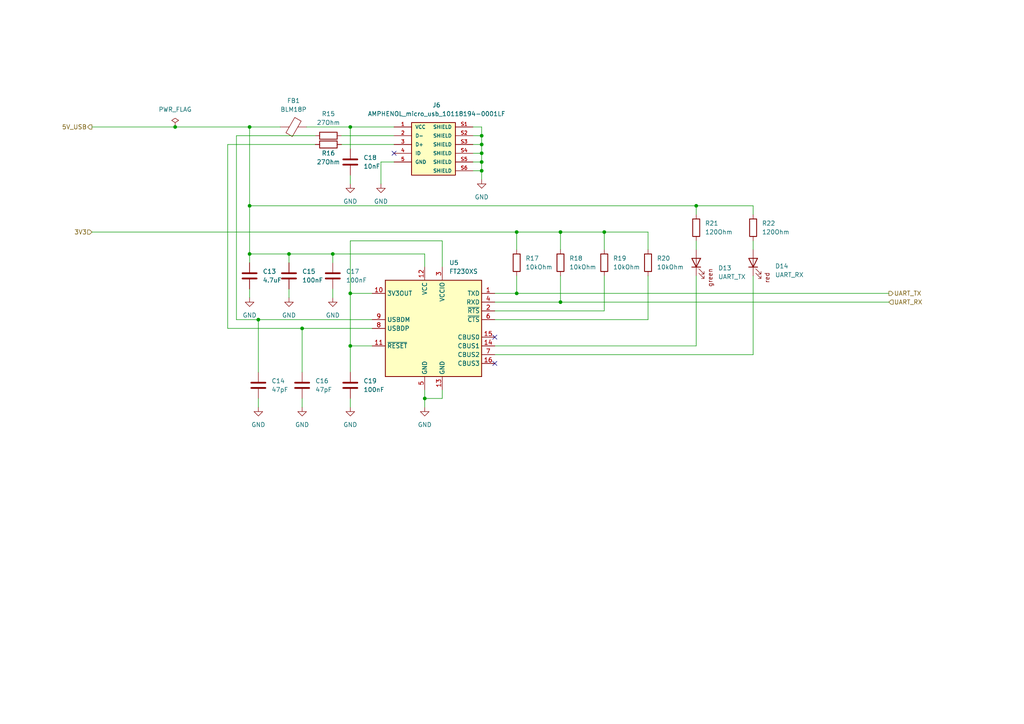
<source format=kicad_sch>
(kicad_sch (version 20231120) (generator "eeschema") (generator_version "8.0")
  (paper "A4")
  (lib_symbols
    (symbol "benediktibk:AMPHENOL_micro_usb_10118194-0001LF" (pin_names (offset 1.016))
      (property "Reference" "J" (at -5.08 10.668 0))
      (property "Value" "AMPHENOL_micro_usb_10118194-0001LF" (at -6.35 -8.89 0))
      (symbol "AMPHENOL_micro_usb_10118194-0001LF_0_0"
        (rectangle (start -6.35 10.16) (end 6.35 -5.08) (stroke (width 0.254)) (fill (type background)))
        (pin passive line (at -11.43 8.89 0) (length 5.08) (name "VCC") (number "1"))
        (pin passive line (at -11.43 6.35 0) (length 5.08) (name "D-") (number "2"))
        (pin passive line (at -11.43 3.81 0) (length 5.08) (name "D+") (number "3"))
        (pin passive line (at -11.43 1.27 0) (length 5.08) (name "ID") (number "4"))
        (pin passive line (at -11.43 -1.27 0) (length 5.08) (name "GND") (number "5"))
        (pin passive line (at 11.43 8.89 180) (length 5.08) (name "SHIELD") (number "S1"))
        (pin passive line (at 11.43 6.35 180) (length 5.08) (name "SHIELD") (number "S2"))
        (pin passive line (at 11.43 3.81 180) (length 5.08) (name "SHIELD") (number "S3"))
        (pin passive line (at 11.43 1.27 180) (length 5.08) (name "SHIELD") (number "S4"))
        (pin passive line (at 11.43 -1.27 180) (length 5.08) (name "SHIELD") (number "S5"))
        (pin passive line (at 11.43 -3.81 180) (length 5.08) (name "SHIELD") (number "S6"))
      )
    )
    (symbol "benediktibk:BLM18P" (pin_numbers hide) (pin_names (offset 0))
      (property "Reference" "FB" (at -3.81 0.635 90))
      (property "Value" "BLM18P" (at 3.81 0 90))
      (symbol "BLM18P_0_1"
        (polyline (pts (xy 0 -1.27) (xy 0 -1.2192)))
        (polyline (pts (xy 0 1.27) (xy 0 1.2954)))
        (polyline (pts (xy -2.7686 0.4064) (xy -1.7018 2.2606) (xy 2.7686 -0.3048) (xy 1.6764 -2.159) (xy -2.7686 0.4064)))
      )
      (symbol "BLM18P_1_1"
        (pin passive line (at 0 3.81 270) (length 2.54) (name "~") (number "1"))
        (pin passive line (at 0 -3.81 90) (length 2.54) (name "~") (number "2"))
      )
    )
    (symbol "benediktibk:C_100nF_SMD_0603_50V" (pin_numbers hide) (pin_names (offset 0.254))
      (property "Reference" "C" (at 0.635 2.54 0))
      (property "Value" "C_100nF_SMD_0603_50V" (at 0.635 -2.54 0))
      (symbol "C_100nF_SMD_0603_50V_0_1"
        (polyline (pts (xy -2.032 -0.762) (xy 2.032 -0.762)) (stroke (width 0.508)))
        (polyline (pts (xy -2.032 0.762) (xy 2.032 0.762)) (stroke (width 0.508)))
      )
      (symbol "C_100nF_SMD_0603_50V_1_1"
        (pin passive line (at 0 3.81 270) (length 2.794) (name "~") (number "1"))
        (pin passive line (at 0 -3.81 90) (length 2.794) (name "~") (number "2"))
      )
    )
    (symbol "benediktibk:C_10nF_SMD_0603_50V_20%" (pin_numbers hide) (pin_names (offset 0.254))
      (property "Reference" "C" (at 0.635 2.54 0))
      (property "Value" "C_10nF_SMD_0603_50V_20%" (at 0.635 -2.54 0))
      (symbol "C_10nF_SMD_0603_50V_20%_0_1"
        (polyline (pts (xy -2.032 -0.762) (xy 2.032 -0.762)) (stroke (width 0.508)))
        (polyline (pts (xy -2.032 0.762) (xy 2.032 0.762)) (stroke (width 0.508)))
      )
      (symbol "C_10nF_SMD_0603_50V_20%_1_1"
        (pin passive line (at 0 3.81 270) (length 2.794) (name "~") (number "1"))
        (pin passive line (at 0 -3.81 90) (length 2.794) (name "~") (number "2"))
      )
    )
    (symbol "benediktibk:C_47pF_SMD_0603_100V_5%" (pin_numbers hide) (pin_names (offset 0.254))
      (property "Reference" "C" (at 0.635 2.54 0))
      (property "Value" "C_47pF_SMD_0603_100V_5%" (at 0.635 -2.54 0))
      (symbol "C_47pF_SMD_0603_100V_5%_0_1"
        (polyline (pts (xy -2.032 -0.762) (xy 2.032 -0.762)) (stroke (width 0.508)))
        (polyline (pts (xy -2.032 0.762) (xy 2.032 0.762)) (stroke (width 0.508)))
      )
      (symbol "C_47pF_SMD_0603_100V_5%_1_1"
        (pin passive line (at 0 3.81 270) (length 2.794) (name "~") (number "1"))
        (pin passive line (at 0 -3.81 90) (length 2.794) (name "~") (number "2"))
      )
    )
    (symbol "benediktibk:C_4_7uF_SMD_0805_50V_10%" (pin_numbers hide) (pin_names (offset 0.254))
      (property "Reference" "C" (at 0.635 2.54 0))
      (property "Value" "C_4_7uF_SMD_0805_50V_10%" (at 0.635 -2.54 0))
      (symbol "C_4_7uF_SMD_0805_50V_10%_0_1"
        (polyline (pts (xy -2.032 -0.762) (xy 2.032 -0.762)) (stroke (width 0.508)))
        (polyline (pts (xy -2.032 0.762) (xy 2.032 0.762)) (stroke (width 0.508)))
      )
      (symbol "C_4_7uF_SMD_0805_50V_10%_1_1"
        (pin passive line (at 0 3.81 270) (length 2.794) (name "~") (number "1"))
        (pin passive line (at 0 -3.81 90) (length 2.794) (name "~") (number "2"))
      )
    )
    (symbol "benediktibk:FT230XS"
      (property "Reference" "U" (at -13.97 15.24 0))
      (property "Value" "FT230XS" (at 7.62 15.24 0))
      (symbol "FT230XS_0_1"
        (rectangle (start -13.97 13.97) (end 13.97 -13.97) (stroke (width 0.254)) (fill (type background)))
      )
      (symbol "FT230XS_1_1"
        (pin output line (at 17.78 10.16 180) (length 3.81) (name "TXD") (number "1"))
        (pin power_out line (at -17.78 10.16 0) (length 3.81) (name "3V3OUT") (number "10"))
        (pin input line (at -17.78 -5.08 0) (length 3.81) (name "~{RESET}") (number "11"))
        (pin power_in line (at -2.54 17.78 270) (length 3.81) (name "VCC") (number "12"))
        (pin power_in line (at 2.54 -17.78 90) (length 3.81) (name "GND") (number "13"))
        (pin bidirectional line (at 17.78 -5.08 180) (length 3.81) (name "CBUS1") (number "14"))
        (pin bidirectional line (at 17.78 -2.54 180) (length 3.81) (name "CBUS0") (number "15"))
        (pin bidirectional line (at 17.78 -10.16 180) (length 3.81) (name "CBUS3") (number "16"))
        (pin output line (at 17.78 5.08 180) (length 3.81) (name "~{RTS}") (number "2"))
        (pin power_in line (at 2.54 17.78 270) (length 3.81) (name "VCCIO") (number "3"))
        (pin input line (at 17.78 7.62 180) (length 3.81) (name "RXD") (number "4"))
        (pin power_in line (at -2.54 -17.78 90) (length 3.81) (name "GND") (number "5"))
        (pin input line (at 17.78 2.54 180) (length 3.81) (name "~{CTS}") (number "6"))
        (pin bidirectional line (at 17.78 -7.62 180) (length 3.81) (name "CBUS2") (number "7"))
        (pin bidirectional line (at -17.78 0 0) (length 3.81) (name "USBDP") (number "8"))
        (pin bidirectional line (at -17.78 2.54 0) (length 3.81) (name "USBDM") (number "9"))
      )
    )
    (symbol "benediktibk:LED_green_0603" (pin_numbers hide) (pin_names (offset 1.016) hide)
      (property "Reference" "D" (at 0 2.54 0))
      (property "Value" "LED_green_0603" (at 0 -2.54 0))
      (symbol "LED_green_0603_0_0"
        (text "green" (at -4.318 -4.064 0) (effects (font (size 1.27 1.27))))
      )
      (symbol "LED_green_0603_0_1"
        (polyline (pts (xy -1.27 -1.27) (xy -1.27 1.27)) (stroke (width 0.254)))
        (polyline (pts (xy -1.27 0) (xy 1.27 0)))
        (polyline (pts (xy 1.27 -1.27) (xy 1.27 1.27) (xy -1.27 0) (xy 1.27 -1.27)) (stroke (width 0.254)))
        (polyline (pts (xy -3.048 -0.762) (xy -4.572 -2.286) (xy -3.81 -2.286) (xy -4.572 -2.286) (xy -4.572 -1.524)))
        (polyline (pts (xy -1.778 -0.762) (xy -3.302 -2.286) (xy -2.54 -2.286) (xy -3.302 -2.286) (xy -3.302 -1.524)))
      )
      (symbol "LED_green_0603_1_1"
        (pin passive line (at -3.81 0 0) (length 2.54) (name "K") (number "1"))
        (pin passive line (at 3.81 0 180) (length 2.54) (name "A") (number "2"))
      )
    )
    (symbol "benediktibk:LED_red_0603" (pin_numbers hide) (pin_names (offset 1.016) hide)
      (property "Reference" "D" (at 0 2.54 0))
      (property "Value" "LED_red_0603" (at 0 -2.54 0))
      (symbol "LED_red_0603_0_0"
        (text "red" (at -4.318 -4.064 0) (effects (font (size 1.27 1.27))))
      )
      (symbol "LED_red_0603_0_1"
        (polyline (pts (xy -1.27 -1.27) (xy -1.27 1.27)) (stroke (width 0.254)))
        (polyline (pts (xy -1.27 0) (xy 1.27 0)))
        (polyline (pts (xy 1.27 -1.27) (xy 1.27 1.27) (xy -1.27 0) (xy 1.27 -1.27)) (stroke (width 0.254)))
        (polyline (pts (xy -3.048 -0.762) (xy -4.572 -2.286) (xy -3.81 -2.286) (xy -4.572 -2.286) (xy -4.572 -1.524)))
        (polyline (pts (xy -1.778 -0.762) (xy -3.302 -2.286) (xy -2.54 -2.286) (xy -3.302 -2.286) (xy -3.302 -1.524)))
      )
      (symbol "LED_red_0603_1_1"
        (pin passive line (at -3.81 0 0) (length 2.54) (name "K") (number "1"))
        (pin passive line (at 3.81 0 180) (length 2.54) (name "A") (number "2"))
      )
    )
    (symbol "benediktibk:R_10kOhm_SMD_0603_100mW_1%" (pin_numbers hide) (pin_names (offset 0))
      (property "Reference" "R" (at 2.032 0 90))
      (property "Value" "R_10kOhm_SMD_0603_100mW_1%" (at -5.588 -1.016 90))
      (symbol "R_10kOhm_SMD_0603_100mW_1%_0_1"
        (rectangle (start -1.016 -2.54) (end 1.016 2.54) (stroke (width 0.254)))
      )
      (symbol "R_10kOhm_SMD_0603_100mW_1%_1_1"
        (pin passive line (at 0 3.81 270) (length 1.27) (name "~") (number "1"))
        (pin passive line (at 0 -3.81 90) (length 1.27) (name "~") (number "2"))
      )
    )
    (symbol "benediktibk:R_120Ohm_SMD_0603_100mW_1%" (pin_numbers hide) (pin_names (offset 0))
      (property "Reference" "R" (at 2.032 0 90))
      (property "Value" "R_120Ohm_SMD_0603_100mW_1%" (at -5.588 -1.016 90))
      (symbol "R_120Ohm_SMD_0603_100mW_1%_0_1"
        (rectangle (start -1.016 -2.54) (end 1.016 2.54) (stroke (width 0.254)))
      )
      (symbol "R_120Ohm_SMD_0603_100mW_1%_1_1"
        (pin passive line (at 0 3.81 270) (length 1.27) (name "~") (number "1"))
        (pin passive line (at 0 -3.81 90) (length 1.27) (name "~") (number "2"))
      )
    )
    (symbol "benediktibk:R_27Ohm_SMD_0603_100mW_1%" (pin_numbers hide) (pin_names (offset 0))
      (property "Reference" "R" (at 2.032 0 90))
      (property "Value" "R_27Ohm_SMD_0603_100mW_1%" (at -5.588 -1.016 90))
      (symbol "R_27Ohm_SMD_0603_100mW_1%_0_1"
        (rectangle (start -1.016 -2.54) (end 1.016 2.54) (stroke (width 0.254)))
      )
      (symbol "R_27Ohm_SMD_0603_100mW_1%_1_1"
        (pin passive line (at 0 3.81 270) (length 1.27) (name "~") (number "1"))
        (pin passive line (at 0 -3.81 90) (length 1.27) (name "~") (number "2"))
      )
    )
    (symbol "power:GND" (power) (pin_names (offset 0))
      (property "Value" "GND" (at 0 -3.81 0))
      (symbol "GND_0_1"
        (polyline (pts (xy 0 0) (xy 0 -1.27) (xy 1.27 -1.27) (xy 0 -2.54) (xy -1.27 -1.27) (xy 0 -1.27)))
      )
      (symbol "GND_1_1"
        (pin power_in line (at 0 0 270) (length 0) hide (name "GND") (number "1"))
      )
    )
    (symbol "power:PWR_FLAG" (power) (pin_numbers hide) (pin_names (offset 0) hide)
      (property "Value" "PWR_FLAG" (at 0 3.81 0))
      (symbol "PWR_FLAG_0_0"
        (pin power_out line (at 0 0 90) (length 0) (name "pwr") (number "1"))
      )
      (symbol "PWR_FLAG_0_1"
        (polyline (pts (xy 0 0) (xy 0 1.27) (xy -1.016 1.905) (xy 0 2.54) (xy 1.016 1.905) (xy 0 1.27)))
      )
    )
  )
  (junction (at 162.56 67.31))
  (junction (at 139.7 46.99))
  (junction (at 101.6 85.09))
  (junction (at 139.7 44.45))
  (junction (at 87.63 95.25))
  (junction (at 50.8 36.83))
  (junction (at 101.6 36.83))
  (junction (at 175.26 67.31))
  (junction (at 101.6 100.33))
  (junction (at 139.7 39.37))
  (junction (at 72.39 73.66))
  (junction (at 83.82 73.66))
  (junction (at 74.93 92.71))
  (junction (at 72.39 36.83))
  (junction (at 162.56 87.63))
  (junction (at 139.7 41.91))
  (junction (at 72.39 59.69))
  (junction (at 149.86 67.31))
  (junction (at 96.52 73.66))
  (junction (at 139.7 49.53))
  (junction (at 149.86 85.09))
  (junction (at 123.19 115.57))
  (junction (at 201.93 59.69))
  (no_connect (at 114.3 44.45))
  (no_connect (at 143.51 105.41))
  (no_connect (at 143.51 97.79))
  (wire (pts (xy 123.19 115.57) (xy 123.19 118.11)))
  (wire (pts (xy 101.6 85.09) (xy 107.95 85.09)))
  (wire (pts (xy 201.93 80.01) (xy 201.93 100.33)))
  (wire (pts (xy 139.7 52.07) (xy 139.7 49.53)))
  (wire (pts (xy 26.67 67.31) (xy 149.86 67.31)))
  (wire (pts (xy 87.63 95.25) (xy 107.95 95.25)))
  (wire (pts (xy 187.96 92.71) (xy 143.51 92.71)))
  (wire (pts (xy 96.52 73.66) (xy 123.19 73.66)))
  (wire (pts (xy 99.06 41.91) (xy 114.3 41.91)))
  (wire (pts (xy 175.26 90.17) (xy 143.51 90.17)))
  (wire (pts (xy 68.58 39.37) (xy 91.44 39.37)))
  (wire (pts (xy 139.7 41.91) (xy 139.7 39.37)))
  (wire (pts (xy 201.93 59.69) (xy 218.44 59.69)))
  (wire (pts (xy 72.39 59.69) (xy 72.39 73.66)))
  (wire (pts (xy 201.93 69.85) (xy 201.93 72.39)))
  (wire (pts (xy 101.6 69.85) (xy 101.6 85.09)))
  (wire (pts (xy 123.19 113.03) (xy 123.19 115.57)))
  (wire (pts (xy 66.04 41.91) (xy 66.04 95.25)))
  (wire (pts (xy 137.16 49.53) (xy 139.7 49.53)))
  (wire (pts (xy 123.19 115.57) (xy 128.27 115.57)))
  (wire (pts (xy 96.52 73.66) (xy 96.52 76.2)))
  (wire (pts (xy 137.16 41.91) (xy 139.7 41.91)))
  (wire (pts (xy 187.96 67.31) (xy 175.26 67.31)))
  (wire (pts (xy 50.8 36.83) (xy 72.39 36.83)))
  (wire (pts (xy 128.27 69.85) (xy 101.6 69.85)))
  (wire (pts (xy 91.44 41.91) (xy 66.04 41.91)))
  (wire (pts (xy 74.93 92.71) (xy 74.93 107.95)))
  (wire (pts (xy 72.39 73.66) (xy 72.39 76.2)))
  (wire (pts (xy 149.86 85.09) (xy 257.81 85.09)))
  (wire (pts (xy 149.86 80.01) (xy 149.86 85.09)))
  (wire (pts (xy 101.6 100.33) (xy 107.95 100.33)))
  (wire (pts (xy 96.52 83.82) (xy 96.52 86.36)))
  (wire (pts (xy 139.7 39.37) (xy 139.7 36.83)))
  (wire (pts (xy 143.51 87.63) (xy 162.56 87.63)))
  (wire (pts (xy 149.86 72.39) (xy 149.86 67.31)))
  (wire (pts (xy 123.19 73.66) (xy 123.19 77.47)))
  (wire (pts (xy 162.56 72.39) (xy 162.56 67.31)))
  (wire (pts (xy 87.63 115.57) (xy 87.63 118.11)))
  (wire (pts (xy 110.49 46.99) (xy 114.3 46.99)))
  (wire (pts (xy 218.44 62.23) (xy 218.44 59.69)))
  (wire (pts (xy 257.81 87.63) (xy 162.56 87.63)))
  (wire (pts (xy 175.26 67.31) (xy 175.26 72.39)))
  (wire (pts (xy 218.44 80.01) (xy 218.44 102.87)))
  (wire (pts (xy 99.06 39.37) (xy 114.3 39.37)))
  (wire (pts (xy 72.39 73.66) (xy 83.82 73.66)))
  (wire (pts (xy 187.96 72.39) (xy 187.96 67.31)))
  (wire (pts (xy 187.96 80.01) (xy 187.96 92.71)))
  (wire (pts (xy 139.7 44.45) (xy 139.7 41.91)))
  (wire (pts (xy 201.93 100.33) (xy 143.51 100.33)))
  (wire (pts (xy 137.16 44.45) (xy 139.7 44.45)))
  (wire (pts (xy 162.56 67.31) (xy 175.26 67.31)))
  (wire (pts (xy 68.58 92.71) (xy 68.58 39.37)))
  (wire (pts (xy 74.93 92.71) (xy 68.58 92.71)))
  (wire (pts (xy 66.04 95.25) (xy 87.63 95.25)))
  (wire (pts (xy 128.27 77.47) (xy 128.27 69.85)))
  (wire (pts (xy 83.82 73.66) (xy 83.82 76.2)))
  (wire (pts (xy 72.39 36.83) (xy 81.28 36.83)))
  (wire (pts (xy 139.7 36.83) (xy 137.16 36.83)))
  (wire (pts (xy 88.9 36.83) (xy 101.6 36.83)))
  (wire (pts (xy 101.6 36.83) (xy 114.3 36.83)))
  (wire (pts (xy 175.26 80.01) (xy 175.26 90.17)))
  (wire (pts (xy 137.16 46.99) (xy 139.7 46.99)))
  (wire (pts (xy 110.49 53.34) (xy 110.49 46.99)))
  (wire (pts (xy 128.27 113.03) (xy 128.27 115.57)))
  (wire (pts (xy 101.6 100.33) (xy 101.6 107.95)))
  (wire (pts (xy 101.6 50.8) (xy 101.6 53.34)))
  (wire (pts (xy 201.93 59.69) (xy 201.93 62.23)))
  (wire (pts (xy 72.39 36.83) (xy 72.39 59.69)))
  (wire (pts (xy 107.95 92.71) (xy 74.93 92.71)))
  (wire (pts (xy 72.39 59.69) (xy 201.93 59.69)))
  (wire (pts (xy 143.51 85.09) (xy 149.86 85.09)))
  (wire (pts (xy 137.16 39.37) (xy 139.7 39.37)))
  (wire (pts (xy 101.6 115.57) (xy 101.6 118.11)))
  (wire (pts (xy 162.56 80.01) (xy 162.56 87.63)))
  (wire (pts (xy 83.82 83.82) (xy 83.82 86.36)))
  (wire (pts (xy 218.44 69.85) (xy 218.44 72.39)))
  (wire (pts (xy 139.7 49.53) (xy 139.7 46.99)))
  (wire (pts (xy 26.67 36.83) (xy 50.8 36.83)))
  (wire (pts (xy 101.6 36.83) (xy 101.6 43.18)))
  (wire (pts (xy 74.93 115.57) (xy 74.93 118.11)))
  (wire (pts (xy 72.39 83.82) (xy 72.39 86.36)))
  (wire (pts (xy 149.86 67.31) (xy 162.56 67.31)))
  (wire (pts (xy 87.63 107.95) (xy 87.63 95.25)))
  (wire (pts (xy 218.44 102.87) (xy 143.51 102.87)))
  (wire (pts (xy 101.6 85.09) (xy 101.6 100.33)))
  (wire (pts (xy 83.82 73.66) (xy 96.52 73.66)))
  (wire (pts (xy 139.7 46.99) (xy 139.7 44.45)))
  (hierarchical_label "UART_RX" (shape input) (at 257.81 87.63 0))
  (hierarchical_label "UART_TX" (shape output) (at 257.81 85.09 0))
  (hierarchical_label "5V_USB" (shape output) (at 26.67 36.83 180))
  (hierarchical_label "3V3" (shape input) (at 26.67 67.31 180))
  (symbol (lib_id "benediktibk:R_10kOhm_SMD_0603_100mW_1%") (at 149.86 76.2 0) (unit 1)
    (property "Reference" "R17" (at 152.4 74.9299 0) (effects (justify left)))
    (property "Value" "10kOhm" (at 152.4 77.4699 0) (effects (justify left)))
    (property "Footprint" "benediktibk:R_0603_1608Metric_Pad0.98x0.95mm_HandSolder" (effects (hide yes)))
    (property "RS order number" "125-1173" (effects (hide yes)))
  )
  (symbol (lib_id "benediktibk:FT230XS") (at 125.73 95.25 0) (unit 1)
    (property "Reference" "U5" (at 130.2894 76.2 0) (effects (justify left)))
    (property "Value" "FT230XS" (at 130.2894 78.74 0) (effects (justify left)))
    (property "Footprint" "benediktibk:SSOP-16_3.9x4.9mm_P0.635mm" (effects (hide yes)))
    (property "Datasheet" "https://www.ftdichip.com/Support/Documents/DataSheets/ICs/DS_FT230X.pdf" (effects (hide yes)))
    (property "RS order number" "757-0010" (effects (hide yes)))
  )
  (symbol (lib_id "benediktibk:C_100nF_SMD_0603_50V") (at 101.6 111.76 0) (unit 1)
    (property "Reference" "C19" (at 105.41 110.4899 0) (effects (justify left)))
    (property "Value" "100nF" (at 105.41 113.0299 0) (effects (justify left)))
    (property "Footprint" "benediktibk:C_0603_1608Metric_Pad1.08x0.95mm_HandSolder" (effects (hide yes)))
    (property "RS order number" "242-7372" (effects (hide yes)))
  )
  (symbol (lib_id "power:GND") (at 87.63 118.11 0) (unit 1)
    (property "Reference" "#PWR035" (effects (hide yes)))
    (property "Value" "GND" (at 87.63 123.19 0))
  )
  (symbol (lib_id "power:GND") (at 83.82 86.36 0) (unit 1)
    (property "Reference" "#PWR034" (effects (hide yes)))
    (property "Value" "GND" (at 83.82 91.44 0))
  )
  (symbol (lib_id "benediktibk:LED_red_0603") (at 218.44 76.2 90) (unit 1)
    (property "Reference" "D14" (at 224.79 77.186 90) (effects (justify right)))
    (property "Value" "UART_RX" (at 224.79 79.726 90) (effects (justify right)))
    (property "Footprint" "benediktibk:D_0603_1608Metric_Pad1.05x0.95mm_HandSolder" (effects (hide yes)))
    (property "RS order number" "861-0090" (effects (hide yes)))
  )
  (symbol (lib_id "benediktibk:C_4_7uF_SMD_0805_50V_10%") (at 72.39 80.01 0) (unit 1)
    (property "Reference" "C13" (at 76.2 78.7399 0) (effects (justify left)))
    (property "Value" "4.7uF" (at 76.2 81.2799 0) (effects (justify left)))
    (property "Footprint" "benediktibk:C_0805_2012Metric_Pad1.18x1.45mm_HandSolder" (effects (hide yes)))
    (property "RS order number" "113-8707" (effects (hide yes)))
  )
  (symbol (lib_id "benediktibk:C_10nF_SMD_0603_50V_20%") (at 101.6 46.99 0) (unit 1)
    (property "Reference" "C18" (at 105.41 45.7199 0) (effects (justify left)))
    (property "Value" "10nF" (at 105.41 48.2599 0) (effects (justify left)))
    (property "Footprint" "benediktibk:C_0603_1608Metric_Pad1.08x0.95mm_HandSolder" (effects (hide yes)))
    (property "RS order number" "135-6315" (effects (hide yes)))
  )
  (symbol (lib_id "benediktibk:C_100nF_SMD_0603_50V") (at 96.52 80.01 0) (unit 1)
    (property "Reference" "C17" (at 100.33 78.7399 0) (effects (justify left)))
    (property "Value" "100nF" (at 100.33 81.2799 0) (effects (justify left)))
    (property "Footprint" "benediktibk:C_0603_1608Metric_Pad1.08x0.95mm_HandSolder" (effects (hide yes)))
    (property "RS order number" "242-7372" (effects (hide yes)))
  )
  (symbol (lib_id "power:GND") (at 139.7 52.07 0) (unit 1)
    (property "Reference" "#PWR041" (effects (hide yes)))
    (property "Value" "GND" (at 139.7 57.15 0))
  )
  (symbol (lib_id "benediktibk:C_100nF_SMD_0603_50V") (at 83.82 80.01 0) (unit 1)
    (property "Reference" "C15" (at 87.63 78.7399 0) (effects (justify left)))
    (property "Value" "100nF" (at 87.63 81.2799 0) (effects (justify left)))
    (property "Footprint" "benediktibk:C_0603_1608Metric_Pad1.08x0.95mm_HandSolder" (effects (hide yes)))
    (property "RS order number" "242-7372" (effects (hide yes)))
  )
  (symbol (lib_id "benediktibk:BLM18P") (at 85.09 36.83 270) (unit 1)
    (property "Reference" "FB1" (at 85.1408 29.21 90))
    (property "Value" "BLM18P" (at 85.1408 31.75 90))
    (property "Footprint" "benediktibk:R_0603_1608Metric_Pad0.98x0.95mm_HandSolder" (effects (hide yes)))
    (property "RS order number" "724-1403" (effects (hide yes)))
  )
  (symbol (lib_id "power:GND") (at 74.93 118.11 0) (unit 1)
    (property "Reference" "#PWR033" (effects (hide yes)))
    (property "Value" "GND" (at 74.93 123.19 0))
  )
  (symbol (lib_id "benediktibk:R_120Ohm_SMD_0603_100mW_1%") (at 218.44 66.04 0) (unit 1)
    (property "Reference" "R22" (at 220.98 64.7699 0) (effects (justify left)))
    (property "Value" "120Ohm" (at 220.98 67.3099 0) (effects (justify left)))
    (property "Footprint" "benediktibk:R_0603_1608Metric_Pad0.98x0.95mm_HandSolder" (effects (hide yes)))
    (property "RS order number" "199-5452" (effects (hide yes)))
  )
  (symbol (lib_id "power:GND") (at 96.52 86.36 0) (unit 1)
    (property "Reference" "#PWR036" (effects (hide yes)))
    (property "Value" "GND" (at 96.52 91.44 0))
  )
  (symbol (lib_id "benediktibk:R_10kOhm_SMD_0603_100mW_1%") (at 162.56 76.2 0) (unit 1)
    (property "Reference" "R18" (at 165.1 74.9299 0) (effects (justify left)))
    (property "Value" "10kOhm" (at 165.1 77.4699 0) (effects (justify left)))
    (property "Footprint" "benediktibk:R_0603_1608Metric_Pad0.98x0.95mm_HandSolder" (effects (hide yes)))
    (property "RS order number" "125-1173" (effects (hide yes)))
  )
  (symbol (lib_id "power:GND") (at 72.39 86.36 0) (unit 1)
    (property "Reference" "#PWR032" (effects (hide yes)))
    (property "Value" "GND" (at 72.39 91.44 0))
  )
  (symbol (lib_id "power:PWR_FLAG") (at 50.8 36.83 0) (unit 1)
    (property "Reference" "#FLG06" (effects (hide yes)))
    (property "Value" "PWR_FLAG" (at 50.8 31.75 0))
  )
  (symbol (lib_id "benediktibk:R_10kOhm_SMD_0603_100mW_1%") (at 175.26 76.2 0) (unit 1)
    (property "Reference" "R19" (at 177.8 74.9299 0) (effects (justify left)))
    (property "Value" "10kOhm" (at 177.8 77.4699 0) (effects (justify left)))
    (property "Footprint" "benediktibk:R_0603_1608Metric_Pad0.98x0.95mm_HandSolder" (effects (hide yes)))
    (property "RS order number" "125-1173" (effects (hide yes)))
  )
  (symbol (lib_id "benediktibk:R_10kOhm_SMD_0603_100mW_1%") (at 187.96 76.2 0) (unit 1)
    (property "Reference" "R20" (at 190.5 74.9299 0) (effects (justify left)))
    (property "Value" "10kOhm" (at 190.5 77.4699 0) (effects (justify left)))
    (property "Footprint" "benediktibk:R_0603_1608Metric_Pad0.98x0.95mm_HandSolder" (effects (hide yes)))
    (property "RS order number" "125-1173" (effects (hide yes)))
  )
  (symbol (lib_id "benediktibk:C_47pF_SMD_0603_100V_5%") (at 74.93 111.76 0) (unit 1)
    (property "Reference" "C14" (at 78.74 110.4899 0) (effects (justify left)))
    (property "Value" "47pF" (at 78.74 113.0299 0) (effects (justify left)))
    (property "Footprint" "benediktibk:C_0603_1608Metric_Pad1.08x0.95mm_HandSolder" (effects (hide yes)))
    (property "RS order number" "135-6508" (effects (hide yes)))
  )
  (symbol (lib_id "benediktibk:C_47pF_SMD_0603_100V_5%") (at 87.63 111.76 0) (unit 1)
    (property "Reference" "C16" (at 91.44 110.4899 0) (effects (justify left)))
    (property "Value" "47pF" (at 91.44 113.0299 0) (effects (justify left)))
    (property "Footprint" "benediktibk:C_0603_1608Metric_Pad1.08x0.95mm_HandSolder" (effects (hide yes)))
    (property "RS order number" "135-6508" (effects (hide yes)))
  )
  (symbol (lib_id "benediktibk:R_27Ohm_SMD_0603_100mW_1%") (at 95.25 41.91 90) (unit 1)
    (property "Reference" "R16" (at 95.25 44.45 90))
    (property "Value" "27Ohm" (at 95.25 46.99 90))
    (property "Footprint" "benediktibk:R_0603_1608Metric_Pad0.98x0.95mm_HandSolder" (effects (hide yes)))
    (property "RS order number" "213-2058" (effects (hide yes)))
  )
  (symbol (lib_id "power:GND") (at 123.19 118.11 0) (unit 1)
    (property "Reference" "#PWR040" (effects (hide yes)))
    (property "Value" "GND" (at 123.19 123.19 0))
  )
  (symbol (lib_id "benediktibk:LED_green_0603") (at 201.93 76.2 90) (unit 1)
    (property "Reference" "D13" (at 208.28 77.7454 90) (effects (justify right)))
    (property "Value" "UART_TX" (at 208.28 80.2854 90) (effects (justify right)))
    (property "Footprint" "benediktibk:D_0603_1608Metric_Pad1.05x0.95mm_HandSolder" (effects (hide yes)))
    (property "RS order number" "466-3706" (effects (hide yes)))
  )
  (symbol (lib_id "benediktibk:R_120Ohm_SMD_0603_100mW_1%") (at 201.93 66.04 0) (unit 1)
    (property "Reference" "R21" (at 204.47 64.7699 0) (effects (justify left)))
    (property "Value" "120Ohm" (at 204.47 67.3099 0) (effects (justify left)))
    (property "Footprint" "benediktibk:R_0603_1608Metric_Pad0.98x0.95mm_HandSolder" (effects (hide yes)))
    (property "RS order number" "199-5452" (effects (hide yes)))
  )
  (symbol (lib_id "benediktibk:R_27Ohm_SMD_0603_100mW_1%") (at 95.25 39.37 90) (unit 1)
    (property "Reference" "R15" (at 95.25 33.02 90))
    (property "Value" "27Ohm" (at 95.25 35.56 90))
    (property "Footprint" "benediktibk:R_0603_1608Metric_Pad0.98x0.95mm_HandSolder" (effects (hide yes)))
    (property "RS order number" "213-2058" (effects (hide yes)))
  )
  (symbol (lib_id "power:GND") (at 101.6 118.11 0) (unit 1)
    (property "Reference" "#PWR038" (effects (hide yes)))
    (property "Value" "GND" (at 101.6 123.19 0))
  )
  (symbol (lib_id "benediktibk:AMPHENOL_micro_usb_10118194-0001LF") (at 125.73 45.72 0) (unit 1)
    (property "Reference" "J6" (at 126.619 30.48 0))
    (property "Value" "AMPHENOL_micro_usb_10118194-0001LF" (at 126.619 33.02 0))
    (property "Footprint" "benediktibk:AMPHENOL_10118194-0001LF" (effects (hide yes)))
    (property "RS order number" "137-0996" (effects (hide yes)))
  )
  (symbol (lib_id "power:GND") (at 110.49 53.34 0) (unit 1)
    (property "Reference" "#PWR039" (effects (hide yes)))
    (property "Value" "GND" (at 110.49 58.42 0))
  )
  (symbol (lib_id "power:GND") (at 101.6 53.34 0) (unit 1)
    (property "Reference" "#PWR037" (effects (hide yes)))
    (property "Value" "GND" (at 101.6 58.42 0))
  )
)
</source>
